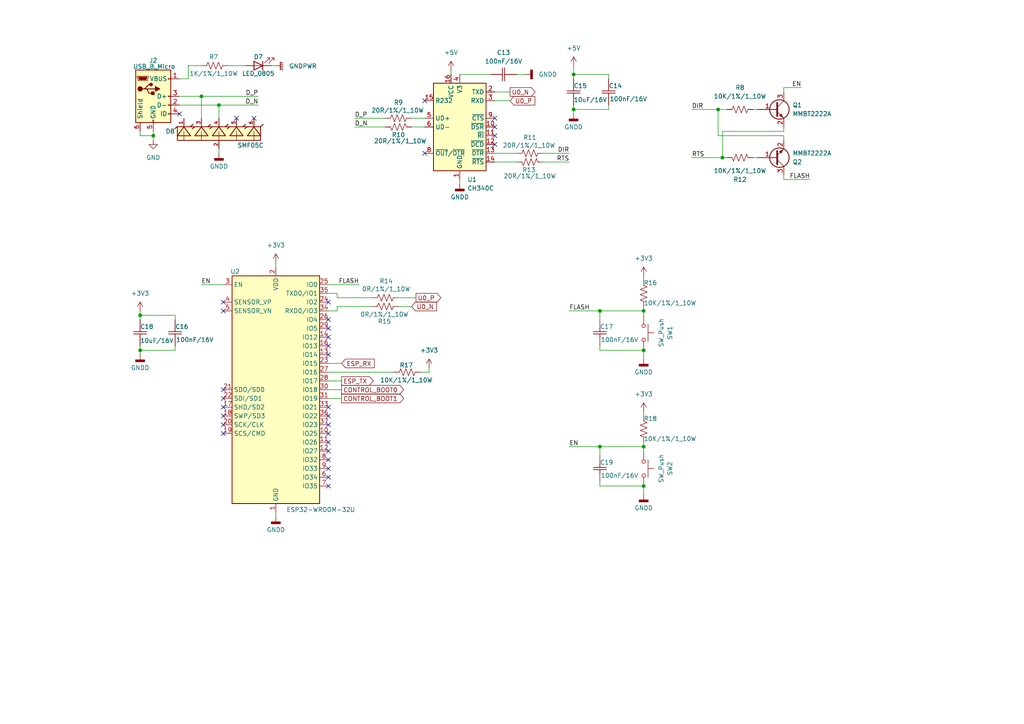
<source format=kicad_sch>
(kicad_sch (version 20231120) (generator "eeschema") (generator_version "8.0")
  (paper "A4")
  (title_block (title "SUB MCU") (date "2024-09-04"))
  (lib_symbols
    (symbol "Ceramic_Cap_SMD_100nF_16V_3" (pin_numbers hide) (pin_names hide)
      (property "Reference" "C" (at 1.016 2.794 0))
      (property "Value" "100nF/16V" (at 0.254 5.334 0))
      (symbol "Ceramic_Cap_SMD_100nF_16V_3_1_1"
        (polyline (pts (xy 1.27 0) (xy 2.2098 0)) (stroke (width 0.2032)))
        (polyline (pts (xy 2.2098 -1.905) (xy 2.2098 1.905)) (stroke (width 0.2032)))
        (polyline (pts (xy 2.8448 -1.905) (xy 2.8448 1.905)) (stroke (width 0.2032)))
        (polyline (pts (xy 2.8448 0) (xy 3.81 0)) (stroke (width 0.2032)))
        (pin unspecified line (at -1.27 0 0) (length 2.54) (name "") (number "1"))
        (pin unspecified line (at 6.35 0 180) (length 2.54) (name "") (number "2"))
      )
    )
    (symbol "Ceramic_Cap_SMD_10uF_16V_2" (pin_numbers hide) (pin_names hide)
      (property "Reference" "C" (at 2.286 2.794 0))
      (property "Value" "10uF/16V" (at 0.254 5.334 0))
      (symbol "Ceramic_Cap_SMD_10uF_16V_2_1_1"
        (polyline (pts (xy 2.54 0) (xy 3.4798 0)) (stroke (width 0.2032)))
        (polyline (pts (xy 3.4798 -1.905) (xy 3.4798 1.905)) (stroke (width 0.2032)))
        (polyline (pts (xy 4.1148 -1.905) (xy 4.1148 1.905)) (stroke (width 0.2032)))
        (polyline (pts (xy 4.1148 0) (xy 5.08 0)) (stroke (width 0.2032)))
        (pin unspecified line (at 0 0 0) (length 2.54) (name "") (number "1"))
        (pin unspecified line (at 7.62 0 180) (length 2.54) (name "") (number "2"))
      )
    )
    (symbol "Res_10K_0603_1%_1" (pin_numbers hide) (pin_names hide)
      (property "Reference" "R" (at 2.794 3.81 0))
      (property "Value" "10K/1%/1_10W" (at 4.064 -2.54 0))
      (symbol "Res_10K_0603_1%_1_0_1"
        (polyline (pts (xy 1.524 0) (xy 1.27 0)))
        (polyline (pts (xy 6.096 0) (xy 6.35 0)))
        (polyline (pts (xy 1.524 0) (xy 1.905 1.016) (xy 2.286 0) (xy 2.667 -1.016) (xy 3.048 0)))
        (polyline (pts (xy 3.048 0) (xy 3.429 1.016) (xy 3.81 0) (xy 4.191 -1.016) (xy 4.572 0)))
        (polyline (pts (xy 4.572 0) (xy 4.953 1.016) (xy 5.334 0) (xy 5.715 -1.016) (xy 6.096 0)))
      )
      (symbol "Res_10K_0603_1%_1_1_1"
        (pin passive line (at 0 0 0) (length 1.27) (name "~") (number "1"))
        (pin passive line (at 7.62 0 180) (length 1.27) (name "~") (number "2"))
      )
    )
    (symbol "Res_20R_0603_1%_1" (pin_numbers hide) (pin_names hide)
      (property "Reference" "R" (at 3.302 3.556 0))
      (property "Value" "20R/1%/1_10W" (at 3.81 -2.54 0))
      (symbol "Res_20R_0603_1%_1_0_1"
        (polyline (pts (xy 1.524 0) (xy 1.27 0)))
        (polyline (pts (xy 6.096 0) (xy 6.35 0)))
        (polyline (pts (xy 1.524 0) (xy 1.905 1.016) (xy 2.286 0) (xy 2.667 -1.016) (xy 3.048 0)))
        (polyline (pts (xy 3.048 0) (xy 3.429 1.016) (xy 3.81 0) (xy 4.191 -1.016) (xy 4.572 0)))
        (polyline (pts (xy 4.572 0) (xy 4.953 1.016) (xy 5.334 0) (xy 5.715 -1.016) (xy 6.096 0)))
      )
      (symbol "Res_20R_0603_1%_1_1_1"
        (pin passive line (at 0 0 0) (length 1.27) (name "~") (number "1"))
        (pin passive line (at 7.62 0 180) (length 1.27) (name "~") (number "2"))
      )
    )
    (symbol "Res_20R_0603_1%_2" (pin_numbers hide) (pin_names hide)
      (property "Reference" "R" (at 3.302 3.556 0))
      (property "Value" "20R/1%/1_10W" (at 3.81 -2.54 0))
      (symbol "Res_20R_0603_1%_2_0_1"
        (polyline (pts (xy 1.524 0) (xy 1.27 0)))
        (polyline (pts (xy 6.096 0) (xy 6.35 0)))
        (polyline (pts (xy 1.524 0) (xy 1.905 1.016) (xy 2.286 0) (xy 2.667 -1.016) (xy 3.048 0)))
        (polyline (pts (xy 3.048 0) (xy 3.429 1.016) (xy 3.81 0) (xy 4.191 -1.016) (xy 4.572 0)))
        (polyline (pts (xy 4.572 0) (xy 4.953 1.016) (xy 5.334 0) (xy 5.715 -1.016) (xy 6.096 0)))
      )
      (symbol "Res_20R_0603_1%_2_1_1"
        (pin passive line (at 0 0 0) (length 1.27) (name "~") (number "1"))
        (pin passive line (at 7.62 0 180) (length 1.27) (name "~") (number "2"))
      )
    )
    (symbol "Res_20R_0603_1%_3" (pin_numbers hide) (pin_names hide)
      (property "Reference" "R" (at 3.302 3.556 0))
      (property "Value" "20R/1%/1_10W" (at 3.81 -2.54 0))
      (symbol "Res_20R_0603_1%_3_0_1"
        (polyline (pts (xy 1.524 0) (xy 1.27 0)))
        (polyline (pts (xy 6.096 0) (xy 6.35 0)))
        (polyline (pts (xy 1.524 0) (xy 1.905 1.016) (xy 2.286 0) (xy 2.667 -1.016) (xy 3.048 0)))
        (polyline (pts (xy 3.048 0) (xy 3.429 1.016) (xy 3.81 0) (xy 4.191 -1.016) (xy 4.572 0)))
        (polyline (pts (xy 4.572 0) (xy 4.953 1.016) (xy 5.334 0) (xy 5.715 -1.016) (xy 6.096 0)))
      )
      (symbol "Res_20R_0603_1%_3_1_1"
        (pin passive line (at 0 0 0) (length 1.27) (name "~") (number "1"))
        (pin passive line (at 7.62 0 180) (length 1.27) (name "~") (number "2"))
      )
    )
    (symbol "charge_battery_sym_lib:CH340C"
      (property "Reference" "U" (at -5.08 13.97 0))
      (property "Value" "CH340C" (at 1.27 13.97 0))
      (symbol "CH340C_0_1"
        (rectangle (start -7.62 12.7) (end 7.62 -12.7) (stroke (width 0.254)) (fill (type background)))
      )
      (symbol "CH340C_1_1"
        (pin power_in line (at 0 -15.24 90) (length 2.54) (name "GND") (number "1"))
        (pin input line (at 10.16 0 180) (length 2.54) (name "~{DSR}") (number "10"))
        (pin input line (at 10.16 -2.54 180) (length 2.54) (name "~{RI}") (number "11"))
        (pin input line (at 10.16 -5.08 180) (length 2.54) (name "~{DCD}") (number "12"))
        (pin output line (at 10.16 -7.62 180) (length 2.54) (name "~{DTR}") (number "13"))
        (pin output line (at 10.16 -10.16 180) (length 2.54) (name "~{RTS}") (number "14"))
        (pin input line (at -10.16 7.62 0) (length 2.54) (name "R232") (number "15"))
        (pin power_in line (at -2.54 15.24 270) (length 2.54) (name "VCC") (number "16"))
        (pin output line (at 10.16 10.16 180) (length 2.54) (name "TXD") (number "2"))
        (pin input line (at 10.16 7.62 180) (length 2.54) (name "RXD") (number "3"))
        (pin power_out line (at 0 15.24 270) (length 2.54) (name "V3") (number "4"))
        (pin bidirectional line (at -10.16 2.54 0) (length 2.54) (name "UD+") (number "5"))
        (pin bidirectional line (at -10.16 0 0) (length 2.54) (name "UD-") (number "6"))
        (pin no_connect line (at -7.62 -5.08 0) (length 2.54) hide (name "NC") (number "7"))
        (pin output line (at -10.16 -7.62 0) (length 2.54) (name "~{OUT}/~{DTR}") (number "8"))
        (pin input line (at 10.16 2.54 180) (length 2.54) (name "~{CTS}") (number "9"))
      )
    )
    (symbol "charge_battery_sym_lib:ESP32-WROOM-32U"
      (property "Reference" "U" (at -12.7 34.29 0))
      (property "Value" "ESP32-WROOM-32U" (at 1.27 34.29 0))
      (symbol "ESP32-WROOM-32U_0_1"
        (rectangle (start -12.7 33.02) (end 12.7 -33.02) (stroke (width 0.254)) (fill (type background)))
      )
      (symbol "ESP32-WROOM-32U_1_1"
        (pin power_in line (at 0 -35.56 90) (length 2.54) (name "GND") (number "1"))
        (pin bidirectional line (at 15.24 -12.7 180) (length 2.54) (name "IO25") (number "10"))
        (pin bidirectional line (at 15.24 -15.24 180) (length 2.54) (name "IO26") (number "11"))
        (pin bidirectional line (at 15.24 -17.78 180) (length 2.54) (name "IO27") (number "12"))
        (pin bidirectional line (at 15.24 10.16 180) (length 2.54) (name "IO14") (number "13"))
        (pin bidirectional line (at 15.24 15.24 180) (length 2.54) (name "IO12") (number "14"))
        (pin passive line (at 0 -35.56 90) (length 2.54) hide (name "GND") (number "15"))
        (pin bidirectional line (at 15.24 12.7 180) (length 2.54) (name "IO13") (number "16"))
        (pin bidirectional line (at -15.24 -5.08 0) (length 2.54) (name "SHD/SD2") (number "17"))
        (pin bidirectional line (at -15.24 -7.62 0) (length 2.54) (name "SWP/SD3") (number "18"))
        (pin bidirectional line (at -15.24 -12.7 0) (length 2.54) (name "SCS/CMD") (number "19"))
        (pin power_in line (at 0 35.56 270) (length 2.54) (name "VDD") (number "2"))
        (pin bidirectional line (at -15.24 -10.16 0) (length 2.54) (name "SCK/CLK") (number "20"))
        (pin bidirectional line (at -15.24 0 0) (length 2.54) (name "SDO/SD0") (number "21"))
        (pin bidirectional line (at -15.24 -2.54 0) (length 2.54) (name "SDI/SD1") (number "22"))
        (pin bidirectional line (at 15.24 7.62 180) (length 2.54) (name "IO15") (number "23"))
        (pin bidirectional line (at 15.24 25.4 180) (length 2.54) (name "IO2") (number "24"))
        (pin bidirectional line (at 15.24 30.48 180) (length 2.54) (name "IO0") (number "25"))
        (pin bidirectional line (at 15.24 20.32 180) (length 2.54) (name "IO4") (number "26"))
        (pin bidirectional line (at 15.24 5.08 180) (length 2.54) (name "IO16") (number "27"))
        (pin bidirectional line (at 15.24 2.54 180) (length 2.54) (name "IO17") (number "28"))
        (pin bidirectional line (at 15.24 17.78 180) (length 2.54) (name "IO5") (number "29"))
        (pin input line (at -15.24 30.48 0) (length 2.54) (name "EN") (number "3"))
        (pin bidirectional line (at 15.24 0 180) (length 2.54) (name "IO18") (number "30"))
        (pin bidirectional line (at 15.24 -2.54 180) (length 2.54) (name "IO19") (number "31"))
        (pin no_connect line (at -12.7 -27.94 0) (length 2.54) hide (name "NC") (number "32"))
        (pin bidirectional line (at 15.24 -5.08 180) (length 2.54) (name "IO21") (number "33"))
        (pin bidirectional line (at 15.24 22.86 180) (length 2.54) (name "RXD0/IO3") (number "34"))
        (pin bidirectional line (at 15.24 27.94 180) (length 2.54) (name "TXD0/IO1") (number "35"))
        (pin bidirectional line (at 15.24 -7.62 180) (length 2.54) (name "IO22") (number "36"))
        (pin bidirectional line (at 15.24 -10.16 180) (length 2.54) (name "IO23") (number "37"))
        (pin passive line (at 0 -35.56 90) (length 2.54) hide (name "GND") (number "38"))
        (pin passive line (at 0 -35.56 90) (length 2.54) hide (name "GND") (number "39"))
        (pin input line (at -15.24 25.4 0) (length 2.54) (name "SENSOR_VP") (number "4"))
        (pin input line (at -15.24 22.86 0) (length 2.54) (name "SENSOR_VN") (number "5"))
        (pin input line (at 15.24 -25.4 180) (length 2.54) (name "IO34") (number "6"))
        (pin input line (at 15.24 -27.94 180) (length 2.54) (name "IO35") (number "7"))
        (pin bidirectional line (at 15.24 -20.32 180) (length 2.54) (name "IO32") (number "8"))
        (pin bidirectional line (at 15.24 -22.86 180) (length 2.54) (name "IO33") (number "9"))
      )
    )
    (symbol "charge_battery_sym_lib:LED_0805" (pin_numbers hide) (pin_names (offset 1.016) hide)
      (property "Reference" "D" (at 0 2.54 0))
      (property "Value" "LED_0805" (at 0 -4.064 0))
      (symbol "LED_0805_0_1"
        (polyline (pts (xy -1.27 -1.27) (xy -1.27 1.27)) (stroke (width 0.254)))
        (polyline (pts (xy -1.27 0) (xy 1.27 0)))
        (polyline (pts (xy 1.27 -1.27) (xy 1.27 1.27) (xy -1.27 0) (xy 1.27 -1.27)) (stroke (width 0.254)))
        (polyline (pts (xy -3.048 -0.762) (xy -4.572 -2.286) (xy -3.81 -2.286) (xy -4.572 -2.286) (xy -4.572 -1.524)))
        (polyline (pts (xy -1.778 -0.762) (xy -3.302 -2.286) (xy -2.54 -2.286) (xy -3.302 -2.286) (xy -3.302 -1.524)))
      )
      (symbol "LED_0805_1_1"
        (pin passive line (at -3.81 0 0) (length 2.54) (name "K") (number "1"))
        (pin passive line (at 3.81 0 180) (length 2.54) (name "A") (number "2"))
      )
    )
    (symbol "charge_battery_sym_lib:MMBT2222A" (pin_names (offset 0) hide)
      (property "Reference" "Q" (at 5.08 1.905 0))
      (property "Value" "MMBT2222A" (at 5.08 0 0))
      (symbol "MMBT2222A_0_1"
        (polyline (pts (xy 0.635 0.635) (xy 2.54 2.54)))
        (polyline (pts (xy 0.635 -0.635) (xy 2.54 -2.54) (xy 2.54 -2.54)))
        (polyline (pts (xy 0.635 1.905) (xy 0.635 -1.905) (xy 0.635 -1.905)) (stroke (width 0.508)))
        (polyline (pts (xy 1.27 -1.778) (xy 1.778 -1.27) (xy 2.286 -2.286) (xy 1.27 -1.778) (xy 1.27 -1.778)) (fill (type outline)))
        (circle (center 1.27 0) (radius 2.8194) (stroke (width 0.254)))
      )
      (symbol "MMBT2222A_1_1"
        (pin input line (at -5.08 0 0) (length 5.715) (name "B") (number "1"))
        (pin passive line (at 2.54 -5.08 90) (length 2.54) (name "E") (number "2"))
        (pin passive line (at 2.54 5.08 270) (length 2.54) (name "C") (number "3"))
      )
    )
    (symbol "charge_battery_sym_lib:Res_10K_0603_1%" (pin_numbers hide) (pin_names hide)
      (property "Reference" "R" (at 2.794 3.81 0))
      (property "Value" "10K/1%/1_10W" (at 4.064 -2.54 0))
      (symbol "Res_10K_0603_1%_0_1"
        (polyline (pts (xy 1.524 0) (xy 1.27 0)))
        (polyline (pts (xy 6.096 0) (xy 6.35 0)))
        (polyline (pts (xy 1.524 0) (xy 1.905 1.016) (xy 2.286 0) (xy 2.667 -1.016) (xy 3.048 0)))
        (polyline (pts (xy 3.048 0) (xy 3.429 1.016) (xy 3.81 0) (xy 4.191 -1.016) (xy 4.572 0)))
        (polyline (pts (xy 4.572 0) (xy 4.953 1.016) (xy 5.334 0) (xy 5.715 -1.016) (xy 6.096 0)))
      )
      (symbol "Res_10K_0603_1%_1_1"
        (pin passive line (at 0 0 0) (length 1.27) (name "~") (number "1"))
        (pin passive line (at 7.62 0 180) (length 1.27) (name "~") (number "2"))
      )
    )
    (symbol "charge_battery_sym_lib:Res_1K_0603_1%" (pin_numbers hide) (pin_names hide)
      (property "Reference" "R" (at 3.556 2.54 0))
      (property "Value" "1K/1%/1_10W" (at 4.064 -2.54 0))
      (symbol "Res_1K_0603_1%_0_1"
        (polyline (pts (xy 1.524 0) (xy 1.27 0)))
        (polyline (pts (xy 6.096 0) (xy 6.35 0)))
        (polyline (pts (xy 1.524 0) (xy 1.905 1.016) (xy 2.286 0) (xy 2.667 -1.016) (xy 3.048 0)))
        (polyline (pts (xy 3.048 0) (xy 3.429 1.016) (xy 3.81 0) (xy 4.191 -1.016) (xy 4.572 0)))
        (polyline (pts (xy 4.572 0) (xy 4.953 1.016) (xy 5.334 0) (xy 5.715 -1.016) (xy 6.096 0)))
      )
      (symbol "Res_1K_0603_1%_1_1"
        (pin passive line (at 0 0 0) (length 1.27) (name "~") (number "1"))
        (pin passive line (at 7.62 0 180) (length 1.27) (name "~") (number "2"))
      )
    )
    (symbol "charge_battery_sym_lib:SMF05C" (pin_names (offset 1.016))
      (property "Reference" "D" (at -23.0178 0.1016 0))
      (property "Value" "SMF05C_1" (at -23.0396 -1.9581 0))
      (symbol "SMF05C_0_0"
        (rectangle (start -12.065 3.8735) (end 12.065 -0.0635) (stroke (width 0.254)) (fill (type background)))
        (polyline (pts (xy -12.065 1.27) (xy -8.255 1.27)) (stroke (width 0.254)))
        (polyline (pts (xy -12.065 3.937) (xy -12.827 3.302)) (stroke (width 0.254)))
        (polyline (pts (xy -10.16 2.54) (xy -10.16 0)) (stroke (width 0.1524)))
        (polyline (pts (xy -10.16 3.81) (xy -12.065 1.27)) (stroke (width 0.254)))
        (polyline (pts (xy -8.255 1.27) (xy -10.16 3.81)) (stroke (width 0.254)))
        (polyline (pts (xy -8.255 3.937) (xy -7.493 4.572)) (stroke (width 0.254)))
        (polyline (pts (xy -6.985 1.27) (xy -3.175 1.27)) (stroke (width 0.254)))
        (polyline (pts (xy -6.985 3.937) (xy -7.747 3.302)) (stroke (width 0.254)))
        (polyline (pts (xy -5.08 2.54) (xy -5.08 0)) (stroke (width 0.1524)))
        (polyline (pts (xy -5.08 3.81) (xy -6.985 1.27)) (stroke (width 0.254)))
        (polyline (pts (xy -3.175 1.27) (xy -5.08 3.81)) (stroke (width 0.254)))
        (polyline (pts (xy -3.175 3.937) (xy -2.413 4.572)) (stroke (width 0.254)))
        (polyline (pts (xy -1.905 1.27) (xy 1.905 1.27)) (stroke (width 0.254)))
        (polyline (pts (xy -1.905 3.937) (xy -2.667 3.302)) (stroke (width 0.254)))
        (polyline (pts (xy 0 2.54) (xy 0 0)) (stroke (width 0.1524)))
        (polyline (pts (xy 0 3.81) (xy -1.905 1.27)) (stroke (width 0.254)))
        (polyline (pts (xy 1.905 1.27) (xy 0 3.81)) (stroke (width 0.254)))
        (polyline (pts (xy 1.905 3.937) (xy 2.667 4.572)) (stroke (width 0.254)))
        (polyline (pts (xy 3.175 1.27) (xy 6.985 1.27)) (stroke (width 0.254)))
        (polyline (pts (xy 3.175 3.937) (xy 2.413 3.302)) (stroke (width 0.254)))
        (polyline (pts (xy 5.08 2.54) (xy 5.08 0)) (stroke (width 0.1524)))
        (polyline (pts (xy 5.08 3.81) (xy 3.175 1.27)) (stroke (width 0.254)))
        (polyline (pts (xy 6.985 1.27) (xy 5.08 3.81)) (stroke (width 0.254)))
        (polyline (pts (xy 6.985 3.937) (xy 7.747 4.572)) (stroke (width 0.254)))
        (polyline (pts (xy 8.255 1.27) (xy 12.065 1.27)) (stroke (width 0.254)))
        (polyline (pts (xy 8.255 3.937) (xy 7.493 3.302)) (stroke (width 0.254)))
        (polyline (pts (xy 10.16 2.54) (xy 10.16 0)) (stroke (width 0.1524)))
        (polyline (pts (xy 10.16 3.81) (xy 8.255 1.27)) (stroke (width 0.254)))
        (polyline (pts (xy 12.065 1.27) (xy 10.16 3.81)) (stroke (width 0.254)))
        (polyline (pts (xy 12.065 3.937) (xy 12.827 4.572)) (stroke (width 0.254)))
        (pin passive line (at -10.16 6.35 270) (length 2.54) (name "~") (number "1"))
        (pin passive line (at 0 -2.54 90) (length 2.54) (name "~") (number "2"))
        (pin passive line (at -5.08 6.35 270) (length 2.54) (name "~") (number "3"))
        (pin passive line (at 0 6.35 270) (length 2.54) (name "~") (number "4"))
        (pin passive line (at 5.08 6.35 270) (length 2.54) (name "~") (number "5"))
        (pin passive line (at 10.16 6.35 270) (length 2.54) (name "~") (number "6"))
      )
    )
    (symbol "charge_battery_sym_lib:SW_Push" (pin_numbers hide) (pin_names (offset 1.016) hide)
      (property "Reference" "SW" (at 1.27 2.54 0))
      (property "Value" "SW_Push" (at 0 -1.524 0))
      (symbol "SW_Push_0_1"
        (circle (center -2.032 0) (radius 0.508))
        (polyline (pts (xy 0 1.27) (xy 0 3.048)))
        (polyline (pts (xy 2.54 1.27) (xy -2.54 1.27)))
        (circle (center 2.032 0) (radius 0.508))
        (pin passive line (at -5.08 0 0) (length 2.54) (name "1") (number "1"))
        (pin passive line (at 5.08 0 180) (length 2.54) (name "2") (number "2"))
      )
    )
    (symbol "charge_battery_sym_lib:USB_B_Micro" (pin_names (offset 1.016))
      (property "Reference" "J" (at 0 19.05 0))
      (property "Value" "USB_B_Micro" (at 0 16.51 0))
      (symbol "USB_B_Micro_0_1"
        (polyline (pts (xy 3.175 9.779) (xy 5.715 9.779)) (stroke (width 0.254)))
        (polyline (pts (xy 1.905 9.779) (xy 2.54 9.779) (xy 3.81 11.049) (xy 4.445 11.049)) (stroke (width 0.254)))
        (polyline (pts (xy 2.54 9.779) (xy 3.175 9.779) (xy 3.81 8.509) (xy 5.08 8.509)) (stroke (width 0.254)))
        (polyline (pts (xy 5.715 10.414) (xy 5.715 9.144) (xy 6.985 9.779) (xy 5.715 10.414)) (stroke (width 0.254)) (fill (type outline)))
        (polyline (pts (xy 0.762 13.208) (xy 3.302 13.208) (xy 3.048 12.446) (xy 1.016 12.446) (xy 0.762 13.208)) (fill (type outline)))
        (polyline (pts (xy 0.381 13.462) (xy 0.381 13.208) (xy 0.635 12.446) (xy 0.635 12.192) (xy 3.429 12.192) (xy 3.429 12.446) (xy 3.683 13.208) (xy 3.683 13.462) (xy 0.381 13.462)))
        (rectangle (start 0 15.24) (end 10.16 0) (stroke (width 0.254)) (fill (type background)))
        (circle (center 1.27 9.779) (radius 0.635) (stroke (width 0.254)) (fill (type outline)))
        (circle (center 4.445 11.049) (radius 0.381) (stroke (width 0.254)) (fill (type outline)))
        (rectangle (start 4.953 0) (end 5.207 0.762))
        (rectangle (start 5.334 8.89) (end 4.572 8.128) (stroke (width 0.254)) (fill (type outline)))
        (rectangle (start 10.16 2.413) (end 9.398 2.667))
        (rectangle (start 10.16 4.953) (end 9.398 5.207))
        (rectangle (start 10.16 7.493) (end 9.398 7.747))
        (rectangle (start 10.16 12.573) (end 9.398 12.827))
      )
      (symbol "USB_B_Micro_1_1"
        (pin power_out line (at 12.7 12.7 180) (length 2.54) (name "VBUS") (number "1"))
        (pin bidirectional line (at 12.7 5.08 180) (length 2.54) (name "D-") (number "2"))
        (pin bidirectional line (at 12.7 7.62 180) (length 2.54) (name "D+") (number "3"))
        (pin passive line (at 12.7 2.54 180) (length 2.54) (name "ID") (number "4"))
        (pin power_out line (at 5.08 -2.54 90) (length 2.54) (name "GND") (number "5"))
        (pin output line (at 1.27 -2.54 90) (length 2.54) (name "Shield") (number "6"))
      )
    )
    (symbol "power:+3V3" (power) (pin_numbers hide) (pin_names (offset 0) hide)
      (property "Value" "+3V3" (at 0 3.556 0))
      (symbol "+3V3_0_1"
        (polyline (pts (xy -0.762 1.27) (xy 0 2.54)))
        (polyline (pts (xy 0 0) (xy 0 2.54)))
        (polyline (pts (xy 0 2.54) (xy 0.762 1.27)))
      )
      (symbol "+3V3_1_1"
        (pin power_in line (at 0 0 90) (length 0) (name "~") (number "1"))
      )
    )
    (symbol "power:+5V" (power) (pin_numbers hide) (pin_names (offset 0) hide)
      (property "Value" "+5V" (at 0 3.556 0))
      (symbol "+5V_0_1"
        (polyline (pts (xy -0.762 1.27) (xy 0 2.54)))
        (polyline (pts (xy 0 0) (xy 0 2.54)))
        (polyline (pts (xy 0 2.54) (xy 0.762 1.27)))
      )
      (symbol "+5V_1_1"
        (pin power_in line (at 0 0 90) (length 0) (name "~") (number "1"))
      )
    )
    (symbol "power:GND" (power) (pin_numbers hide) (pin_names (offset 0) hide)
      (property "Value" "GND" (at 0 -3.81 0))
      (symbol "GND_0_1"
        (polyline (pts (xy 0 0) (xy 0 -1.27) (xy 1.27 -1.27) (xy 0 -2.54) (xy -1.27 -1.27) (xy 0 -1.27)))
      )
      (symbol "GND_1_1"
        (pin power_in line (at 0 0 270) (length 0) (name "~") (number "1"))
      )
    )
    (symbol "power:GNDD" (power) (pin_numbers hide) (pin_names (offset 0) hide)
      (property "Value" "GNDD" (at 0 -3.175 0))
      (symbol "GNDD_0_1"
        (rectangle (start -1.27 -1.524) (end 1.27 -2.032) (stroke (width 0.254)) (fill (type outline)))
        (polyline (pts (xy 0 0) (xy 0 -1.524)))
      )
      (symbol "GNDD_1_1"
        (pin power_in line (at 0 0 270) (length 0) (name "~") (number "1"))
      )
    )
    (symbol "power:GNDPWR" (power) (pin_numbers hide) (pin_names (offset 0) hide)
      (property "Value" "GNDPWR" (at 0 -3.302 0))
      (symbol "GNDPWR_0_1"
        (polyline (pts (xy 0 -1.27) (xy 0 0)))
        (polyline (pts (xy -1.016 -1.27) (xy -1.27 -2.032) (xy -1.27 -2.032)) (stroke (width 0.2032)))
        (polyline (pts (xy -0.508 -1.27) (xy -0.762 -2.032) (xy -0.762 -2.032)) (stroke (width 0.2032)))
        (polyline (pts (xy 0 -1.27) (xy -0.254 -2.032) (xy -0.254 -2.032)) (stroke (width 0.2032)))
        (polyline (pts (xy 0.508 -1.27) (xy 0.254 -2.032) (xy 0.254 -2.032)) (stroke (width 0.2032)))
        (polyline (pts (xy 1.016 -1.27) (xy -1.016 -1.27) (xy -1.016 -1.27)) (stroke (width 0.2032)))
        (polyline (pts (xy 1.016 -1.27) (xy 0.762 -2.032) (xy 0.762 -2.032) (xy 0.762 -2.032)) (stroke (width 0.2032)))
      )
      (symbol "GNDPWR_1_1"
        (pin power_in line (at 0 0 270) (length 0) (name "~") (number "1"))
      )
    )
  )
  (junction (at 173.99 90.17))
  (junction (at 186.69 101.6))
  (junction (at 166.37 31.75))
  (junction (at 166.37 21.59))
  (junction (at 209.55 45.72))
  (junction (at 40.64 91.44))
  (junction (at 63.5 30.48))
  (junction (at 173.99 129.54))
  (junction (at 40.64 101.6))
  (junction (at 208.28 31.75))
  (junction (at 44.45 39.37))
  (junction (at 58.42 27.94))
  (junction (at 186.69 140.97))
  (junction (at 186.69 129.54))
  (junction (at 186.69 90.17))
  (no_connect (at 64.77 125.73))
  (no_connect (at 95.25 130.81))
  (no_connect (at 95.25 92.71))
  (no_connect (at 64.77 90.17))
  (no_connect (at 143.51 34.29))
  (no_connect (at 123.19 29.21))
  (no_connect (at 95.25 118.11))
  (no_connect (at 64.77 120.65))
  (no_connect (at 95.25 135.89))
  (no_connect (at 95.25 140.97))
  (no_connect (at 143.51 36.83))
  (no_connect (at 64.77 123.19))
  (no_connect (at 52.07 33.02))
  (no_connect (at 73.66 34.29))
  (no_connect (at 95.25 133.35))
  (no_connect (at 95.25 97.79))
  (no_connect (at 95.25 125.73))
  (no_connect (at 143.51 41.91))
  (no_connect (at 95.25 138.43))
  (no_connect (at 95.25 100.33))
  (no_connect (at 64.77 118.11))
  (no_connect (at 64.77 115.57))
  (no_connect (at 123.19 44.45))
  (no_connect (at 95.25 123.19))
  (no_connect (at 68.58 34.29))
  (no_connect (at 64.77 113.03))
  (no_connect (at 95.25 87.63))
  (no_connect (at 95.25 95.25))
  (no_connect (at 95.25 120.65))
  (no_connect (at 95.25 102.87))
  (no_connect (at 64.77 87.63))
  (no_connect (at 95.25 128.27))
  (no_connect (at 143.51 39.37))
  (wire (pts (xy 227.33 38.1) (xy 227.33 36.83)))
  (wire (pts (xy 123.19 36.83) (xy 119.38 36.83)))
  (wire (pts (xy 97.79 86.36) (xy 97.79 85.09)))
  (wire (pts (xy 173.99 100.33) (xy 173.99 101.6)))
  (wire (pts (xy 165.1 90.17) (xy 173.99 90.17)))
  (wire (pts (xy 186.69 129.54) (xy 186.69 130.81)))
  (wire (pts (xy 50.8 92.71) (xy 50.8 91.44)))
  (wire (pts (xy 40.64 91.44) (xy 50.8 91.44)))
  (wire (pts (xy 147.9296 26.67) (xy 143.51 26.67)))
  (wire (pts (xy 130.81 20.32) (xy 130.81 21.59)))
  (wire (pts (xy 208.28 31.75) (xy 210.82 31.75)))
  (wire (pts (xy 123.19 34.29) (xy 119.38 34.29)))
  (wire (pts (xy 40.64 90.17) (xy 40.64 91.44)))
  (wire (pts (xy 50.8 101.6) (xy 50.8 100.33)))
  (wire (pts (xy 173.99 101.6) (xy 186.69 101.6)))
  (wire (pts (xy 147.9296 29.21) (xy 143.51 29.21)))
  (wire (pts (xy 63.5 30.48) (xy 63.5 34.29)))
  (wire (pts (xy 97.79 88.9) (xy 97.79 90.17)))
  (wire (pts (xy 80.01 76.2) (xy 80.01 77.47)))
  (wire (pts (xy 40.64 39.37) (xy 44.45 39.37)))
  (wire (pts (xy 58.42 27.94) (xy 74.93 27.94)))
  (wire (pts (xy 133.35 21.59) (xy 142.24 21.59)))
  (wire (pts (xy 227.33 39.37) (xy 227.33 40.64)))
  (wire (pts (xy 166.37 30.48) (xy 166.37 31.75)))
  (wire (pts (xy 40.64 38.1) (xy 40.64 39.37)))
  (wire (pts (xy 173.99 90.17) (xy 186.69 90.17)))
  (wire (pts (xy 209.55 38.1) (xy 209.55 45.72)))
  (wire (pts (xy 115.57 88.9) (xy 119.38 88.9)))
  (wire (pts (xy 44.45 39.37) (xy 44.45 38.1)))
  (wire (pts (xy 97.79 88.9) (xy 107.95 88.9)))
  (wire (pts (xy 208.28 31.75) (xy 208.28 39.37)))
  (wire (pts (xy 186.69 143.51) (xy 186.69 140.97)))
  (wire (pts (xy 58.42 19.05) (xy 54.61 19.05)))
  (wire (pts (xy 40.64 101.6) (xy 50.8 101.6)))
  (wire (pts (xy 54.61 19.05) (xy 54.61 22.86)))
  (wire (pts (xy 173.99 129.54) (xy 173.99 132.08)))
  (wire (pts (xy 63.5 30.48) (xy 52.07 30.48)))
  (wire (pts (xy 40.64 100.33) (xy 40.64 101.6)))
  (wire (pts (xy 186.69 128.27) (xy 186.69 129.54)))
  (wire (pts (xy 102.87 34.29) (xy 111.76 34.29)))
  (wire (pts (xy 166.37 21.59) (xy 166.37 22.86)))
  (wire (pts (xy 232.41 25.4) (xy 227.33 25.4)))
  (wire (pts (xy 95.25 107.95) (xy 114.3 107.95)))
  (wire (pts (xy 173.99 90.17) (xy 173.99 92.71)))
  (wire (pts (xy 166.37 31.75) (xy 176.53 31.75)))
  (wire (pts (xy 102.87 36.83) (xy 111.76 36.83)))
  (wire (pts (xy 166.37 31.75) (xy 166.37 33.02)))
  (wire (pts (xy 173.99 129.54) (xy 186.69 129.54)))
  (wire (pts (xy 95.25 115.57) (xy 99.06 115.57)))
  (wire (pts (xy 218.44 45.72) (xy 219.71 45.72)))
  (wire (pts (xy 63.5 30.48) (xy 74.93 30.48)))
  (wire (pts (xy 97.79 85.09) (xy 95.25 85.09)))
  (wire (pts (xy 227.33 52.07) (xy 227.33 50.8)))
  (wire (pts (xy 95.25 110.49) (xy 99.06 110.49)))
  (wire (pts (xy 227.33 25.4) (xy 227.33 26.67)))
  (wire (pts (xy 97.79 90.17) (xy 95.25 90.17)))
  (wire (pts (xy 152.4 21.59) (xy 149.86 21.59)))
  (wire (pts (xy 58.42 27.94) (xy 52.07 27.94)))
  (wire (pts (xy 209.55 45.72) (xy 210.82 45.72)))
  (wire (pts (xy 166.37 19.05) (xy 166.37 21.59)))
  (wire (pts (xy 234.95 52.07) (xy 227.33 52.07)))
  (wire (pts (xy 176.53 22.86) (xy 176.53 21.59)))
  (wire (pts (xy 200.66 45.72) (xy 209.55 45.72)))
  (wire (pts (xy 95.25 105.41) (xy 99.06 105.41)))
  (wire (pts (xy 40.64 91.44) (xy 40.64 92.71)))
  (wire (pts (xy 186.69 119.38) (xy 186.69 120.65)))
  (wire (pts (xy 173.99 140.97) (xy 186.69 140.97)))
  (wire (pts (xy 165.1 129.54) (xy 173.99 129.54)))
  (wire (pts (xy 218.44 31.75) (xy 219.71 31.75)))
  (wire (pts (xy 165.1 46.99) (xy 157.48 46.99)))
  (wire (pts (xy 97.79 86.36) (xy 107.95 86.36)))
  (wire (pts (xy 176.53 31.75) (xy 176.53 30.48)))
  (wire (pts (xy 149.86 44.45) (xy 143.51 44.45)))
  (wire (pts (xy 186.69 104.14) (xy 186.69 101.6)))
  (wire (pts (xy 124.46 106.68) (xy 124.46 107.95)))
  (wire (pts (xy 54.61 22.86) (xy 52.07 22.86)))
  (wire (pts (xy 186.69 88.9) (xy 186.69 90.17)))
  (wire (pts (xy 227.33 38.1) (xy 209.55 38.1)))
  (wire (pts (xy 58.42 82.55) (xy 64.77 82.55)))
  (wire (pts (xy 227.33 39.37) (xy 208.28 39.37)))
  (wire (pts (xy 40.64 101.6) (xy 40.64 102.87)))
  (wire (pts (xy 133.35 52.07) (xy 133.35 53.34)))
  (wire (pts (xy 44.45 40.64) (xy 44.45 39.37)))
  (wire (pts (xy 63.5 44.45) (xy 63.5 43.18)))
  (wire (pts (xy 186.69 90.17) (xy 186.69 91.44)))
  (wire (pts (xy 166.37 21.59) (xy 176.53 21.59)))
  (wire (pts (xy 66.04 19.05) (xy 71.12 19.05)))
  (wire (pts (xy 149.86 46.99) (xy 143.51 46.99)))
  (wire (pts (xy 200.66 31.75) (xy 208.28 31.75)))
  (wire (pts (xy 58.42 27.94) (xy 58.42 34.29)))
  (wire (pts (xy 115.57 86.36) (xy 120.65 86.36)))
  (wire (pts (xy 95.25 113.03) (xy 99.06 113.03)))
  (wire (pts (xy 173.99 139.7) (xy 173.99 140.97)))
  (wire (pts (xy 186.69 80.01) (xy 186.69 81.28)))
  (wire (pts (xy 95.25 82.55) (xy 104.14 82.55)))
  (wire (pts (xy 80.01 149.86) (xy 80.01 148.59)))
  (wire (pts (xy 80.01 19.05) (xy 78.74 19.05)))
  (wire (pts (xy 121.92 107.95) (xy 124.46 107.95)))
  (wire (pts (xy 165.1 44.45) (xy 157.48 44.45)))
  (label "EN" (at 58.42 82.55 0))
  (label "D_N" (at 102.87 36.83 0))
  (label "FLASH" (at 165.1 90.17 0))
  (label "D_P" (at 74.93 27.94 180))
  (label "DIR" (at 200.66 31.75 0))
  (label "EN" (at 232.41 25.4 180))
  (label "RTS" (at 165.1 46.99 180))
  (label "RTS" (at 200.66 45.72 0))
  (label "FLASH" (at 104.14 82.55 180))
  (label "D_N" (at 74.93 30.48 180))
  (label "D_P" (at 102.87 34.29 0))
  (label "EN" (at 165.1 129.54 0))
  (label "DIR" (at 165.1 44.45 180))
  (label "FLASH" (at 234.95 52.07 180))
  (global_label "U0_N" (shape output) (at 147.9296 26.67 0) (property "Intersheetrefs" "${INTERSHEET_REFS}" (effects (hide yes))))
  (global_label "CONTROL_BOOT0" (shape output) (at 99.06 113.03 0) (property "Intersheetrefs" "${INTERSHEET_REFS}" (effects (hide yes))))
  (global_label "CONTROL_BOOT1" (shape output) (at 99.06 115.57 0) (property "Intersheetrefs" "${INTERSHEET_REFS}" (effects (hide yes))))
  (global_label "ESP_RX" (shape input) (at 99.06 105.41 0) (property "Intersheetrefs" "${INTERSHEET_REFS}" (effects (hide yes))))
  (global_label "U0_N" (shape input) (at 119.38 88.9 0) (property "Intersheetrefs" "${INTERSHEET_REFS}" (effects (hide yes))))
  (global_label "U0_P" (shape output) (at 120.65 86.36 0) (property "Intersheetrefs" "${INTERSHEET_REFS}" (effects (hide yes))))
  (global_label "ESP_TX" (shape output) (at 99.06 110.49 0) (property "Intersheetrefs" "${INTERSHEET_REFS}" (effects (hide yes))))
  (global_label "U0_P" (shape input) (at 147.9296 29.21 0) (property "Intersheetrefs" "${INTERSHEET_REFS}" (effects (hide yes))))
  (symbol (lib_name "Res_10K_0603_1%_1") (lib_id "charge_battery_sym_lib:Res_10K_0603_1%") (at 121.92 107.95 180) (unit 1)
    (property "Reference" "R17" (at 117.856 105.918 0))
    (property "Value" "10K/1%/1_10W" (at 117.856 110.236 0))
    (property "Footprint" "charge_battery_footprint_lib:Res_0603" (effects (hide yes)))
    (property "Datasheet" "https://fscdn.rohm.com/en/products/databook/datasheet/passive/resistor/chip_resistor/esr-e.pdf" (effects (hide yes)))
    (property "Description" "Res 10 KOhm 0603 1%" (effects (hide yes)))
    (property "Supply name" "Thegioiic" (effects (hide yes)))
    (property "Supply part number" "Điện Trở 10 KOhm 0603 1%" (effects (hide yes)))
    (property "Supply URL" "https://www.thegioiic.com/dien-tro-10-kohm-0603-1-" (effects (hide yes)))
  )
  (symbol (lib_id "charge_battery_sym_lib:Res_10K_0603_1%") (at 210.82 45.72 0) (mirror x) (unit 1)
    (property "Reference" "R12" (at 214.63 52.07 0))
    (property "Value" "10K/1%/1_10W" (at 214.63 49.53 0))
    (property "Footprint" "charge_battery_footprint_lib:Res_0603" (effects (hide yes)))
    (property "Datasheet" "https://fscdn.rohm.com/en/products/databook/datasheet/passive/resistor/chip_resistor/esr-e.pdf" (effects (hide yes)))
    (property "Description" "Res 10 KOhm 0603 1%" (effects (hide yes)))
    (property "Supply name" "Thegioiic" (effects (hide yes)))
    (property "Supply part number" "Điện Trở 10 KOhm 0603 1%" (effects (hide yes)))
    (property "Supply URL" "https://www.thegioiic.com/dien-tro-10-kohm-0603-1-" (effects (hide yes)))
  )
  (symbol (lib_id "charge_battery_sym_lib:Res_10K_0603_1%") (at 210.82 31.75 0) (unit 1)
    (property "Reference" "R8" (at 214.63 25.4 0))
    (property "Value" "10K/1%/1_10W" (at 214.63 27.94 0))
    (property "Footprint" "charge_battery_footprint_lib:Res_0603" (effects (hide yes)))
    (property "Datasheet" "https://fscdn.rohm.com/en/products/databook/datasheet/passive/resistor/chip_resistor/esr-e.pdf" (effects (hide yes)))
    (property "Description" "Res 10 KOhm 0603 1%" (effects (hide yes)))
    (property "Supply name" "Thegioiic" (effects (hide yes)))
    (property "Supply part number" "Điện Trở 10 KOhm 0603 1%" (effects (hide yes)))
    (property "Supply URL" "https://www.thegioiic.com/dien-tro-10-kohm-0603-1-" (effects (hide yes)))
  )
  (symbol (lib_name "Res_20R_0603_1%_2") (lib_id "charge_battery_sym_lib:Res_20R_0603_1%") (at 107.95 86.36 0) (unit 1)
    (property "Reference" "R14" (at 112.014 81.534 0))
    (property "Value" "0R/1%/1_10W" (at 112.014 83.82 0))
    (property "Footprint" "charge_battery_footprint_lib:Res_0603" (effects (hide yes)))
    (property "Datasheet" "https://fscdn.rohm.com/en/products/databook/datasheet/passive/resistor/chip_resistor/esr-e.pdf" (effects (hide yes)))
    (property "Description" "Res 20 Ohm 0603 1%" (effects (hide yes)))
    (property "Supply name" "Thegioiic" (effects (hide yes)))
    (property "Supply part number" "Điện Trở 20 Ohm 0603 1%" (effects (hide yes)))
    (property "Supply URL" "https://www.thegioiic.com/dien-tro-20-ohm-0603-1-" (effects (hide yes)))
  )
  (symbol (lib_id "power:+5V") (at 166.37 19.05 0) (mirror y) (unit 1)
    (property "Reference" "#PWR031" (effects (hide yes)))
    (property "Value" "+5V" (at 166.37 13.97 0))
    (property "Description" "Power symbol creates a global label with name \"+5V\"" (effects (hide yes)))
  )
  (symbol (lib_id "power:GNDD") (at 186.69 143.51 0) (unit 1)
    (property "Reference" "#PWR045" (effects (hide yes)))
    (property "Value" "GNDD" (at 186.69 147.32 0))
    (property "Description" "Power symbol creates a global label with name \"GNDD\" , digital ground" (effects (hide yes)))
  )
  (symbol (lib_name "Res_20R_0603_1%_3") (lib_id "charge_battery_sym_lib:Res_20R_0603_1%") (at 119.38 36.83 0) (mirror y) (unit 1)
    (property "Reference" "R10" (at 115.57 39.116 0))
    (property "Value" "20R/1%/1_10W" (at 116.078 40.894 0))
    (property "Footprint" "charge_battery_footprint_lib:Res_0603" (effects (hide yes)))
    (property "Datasheet" "https://fscdn.rohm.com/en/products/databook/datasheet/passive/resistor/chip_resistor/esr-e.pdf" (effects (hide yes)))
    (property "Description" "Res 20 Ohm 0603 1%" (effects (hide yes)))
    (property "Supply name" "Thegioiic" (effects (hide yes)))
    (property "Supply part number" "Điện Trở 20 Ohm 0603 1%" (effects (hide yes)))
    (property "Supply URL" "https://www.thegioiic.com/dien-tro-20-ohm-0603-1-" (effects (hide yes)))
  )
  (symbol (lib_id "charge_battery_sym_lib:ESP32-WROOM-32U") (at 80.01 113.03 0) (unit 1)
    (property "Reference" "U2" (at 66.802 78.74 0) (effects (justify left)))
    (property "Value" "ESP32-WROOM-32U" (at 83.058 147.828 0) (effects (justify left)))
    (property "Footprint" "charge_battery_footprint_lib:ESP32-WROOM-32U" (effects (hide yes)))
    (property "Datasheet" "https://www.espressif.com/sites/default/files/documentation/esp32-wroom-32d_esp32-wroom-32u_datasheet_en.pdf" (effects (hide yes)))
    (property "Description" "RF Module, ESP32-D0WD SoC, Wi-Fi 802.11b/g/n, Bluetooth, BLE, 32-bit, 2.7-3.6V, external antenna, SMD" (effects (hide yes)))
    (property "Supply name" "Thegioiic" (effects (hide yes)))
    (property "Supply part number" "ESP32-WROOM-32U Mạch Thu Phát WiFi, 2.7~3.6VDC, 4MB Flash" (effects (hide yes)))
    (property "Supply URL" "https://www.thegioiic.com/esp32-wroom-32u-mach-thu-phat-wifi-2-7-3-6vdc-4mb-flash" (effects (hide yes)))
  )
  (symbol (lib_id "power:GNDD") (at 40.64 102.87 0) (unit 1)
    (property "Reference" "#PWR041" (effects (hide yes)))
    (property "Value" "GNDD" (at 40.64 106.68 0))
    (property "Description" "Power symbol creates a global label with name \"GNDD\" , digital ground" (effects (hide yes)))
  )
  (symbol (lib_id "power:+3V3") (at 40.64 90.17 0) (mirror y) (unit 1)
    (property "Reference" "#PWR040" (effects (hide yes)))
    (property "Value" "+3V3" (at 40.64 85.09 0))
    (property "Description" "Power symbol creates a global label with name \"+3V3\"" (effects (hide yes)))
  )
  (symbol (lib_id "charge_battery_sym_lib:MMBT2222A") (at 224.79 31.75 0) (unit 1)
    (property "Reference" "Q1" (at 229.87 30.4799 0) (effects (justify left)))
    (property "Value" "MMBT2222A" (at 229.87 33.0199 0) (effects (justify left)))
    (property "Footprint" "charge_battery_footprint_lib:SOT23" (effects (hide yes)))
    (property "Datasheet" "https://assets.nexperia.com/documents/data-sheet/MMBT2222A.pdf" (effects (hide yes)))
    (property "Description" "600mA Ic, 40V Vce, NPN Transistor, SOT-23" (effects (hide yes)))
    (property "Supply name" "Thegioiic" (effects (hide yes)))
    (property "Supply part number" "MMBT2222A 1P Transistor NPN 40V 0.6A 3 Chân SOT-23" (effects (hide yes)))
    (property "Supply URL" "https://www.thegioiic.com/mmbt2222a-1p-transistor-npn-40v-0-6a-3-chan-sot-23" (effects (hide yes)))
  )
  (symbol (lib_id "power:GNDD") (at 63.5 44.45 0) (unit 1)
    (property "Reference" "#PWR036" (effects (hide yes)))
    (property "Value" "GNDD" (at 63.5 48.26 0))
    (property "Description" "Power symbol creates a global label with name \"GNDD\" , digital ground" (effects (hide yes)))
  )
  (symbol (lib_name "Ceramic_Cap_SMD_100nF_16V_3") (lib_id "charge_battery_sym_lib:Ceramic_Cap_SMD_100nF_16V") (at 176.53 29.21 90) (unit 1)
    (property "Reference" "C14" (at 176.53 24.892 90) (effects (justify right)))
    (property "Value" "100nF/16V" (at 176.784 28.702 90) (effects (justify right)))
    (property "Footprint" "charge_battery_footprint_lib:Ceramic_Cap_0603" (effects (hide yes)))
    (property "Datasheet" "https://www.mouser.vn/datasheet/2/40/KYOCERA_AutoMLCCKAM-3106308.pdf" (effects (hide yes)))
    (property "Description" "10%, 0603 (1608 Metric)" (effects (hide yes)))
    (property "Supply name" "Thegioiic" (effects (hide yes)))
    (property "Supply part number" "Tụ Gốm 0603 100nF (0.1uF) 16V" (effects (hide yes)))
    (property "Supply URL" "https://www.thegioiic.com/tu-gom-0603-100nf-0-1uf-16v" (effects (hide yes)))
  )
  (symbol (lib_name "Res_20R_0603_1%_3") (lib_id "charge_battery_sym_lib:Res_20R_0603_1%") (at 111.76 34.29 0) (unit 1)
    (property "Reference" "R9" (at 115.57 29.718 0))
    (property "Value" "20R/1%/1_10W" (at 115.316 32.004 0))
    (property "Footprint" "charge_battery_footprint_lib:Res_0603" (effects (hide yes)))
    (property "Datasheet" "https://fscdn.rohm.com/en/products/databook/datasheet/passive/resistor/chip_resistor/esr-e.pdf" (effects (hide yes)))
    (property "Description" "Res 20 Ohm 0603 1%" (effects (hide yes)))
    (property "Supply name" "Thegioiic" (effects (hide yes)))
    (property "Supply part number" "Điện Trở 20 Ohm 0603 1%" (effects (hide yes)))
    (property "Supply URL" "https://www.thegioiic.com/dien-tro-20-ohm-0603-1-" (effects (hide yes)))
  )
  (symbol (lib_id "charge_battery_sym_lib:MMBT2222A") (at 224.79 45.72 0) (mirror x) (unit 1)
    (property "Reference" "Q2" (at 229.87 46.9901 0) (effects (justify left)))
    (property "Value" "MMBT2222A" (at 229.87 44.4501 0) (effects (justify left)))
    (property "Footprint" "charge_battery_footprint_lib:SOT23" (effects (hide yes)))
    (property "Datasheet" "https://assets.nexperia.com/documents/data-sheet/MMBT2222A.pdf" (effects (hide yes)))
    (property "Description" "600mA Ic, 40V Vce, NPN Transistor, SOT-23" (effects (hide yes)))
    (property "Supply name" "Thegioiic" (effects (hide yes)))
    (property "Supply part number" "MMBT2222A 1P Transistor NPN 40V 0.6A 3 Chân SOT-23" (effects (hide yes)))
    (property "Supply URL" "https://www.thegioiic.com/mmbt2222a-1p-transistor-npn-40v-0-6a-3-chan-sot-23" (effects (hide yes)))
  )
  (symbol (lib_id "power:+3V3") (at 186.69 80.01 0) (unit 1)
    (property "Reference" "#PWR039" (effects (hide yes)))
    (property "Value" "+3V3" (at 186.69 74.93 0))
    (property "Description" "Power symbol creates a global label with name \"+3V3\"" (effects (hide yes)))
  )
  (symbol (lib_id "power:GND") (at 44.45 40.64 0) (unit 1)
    (property "Reference" "#PWR035" (effects (hide yes)))
    (property "Value" "GND" (at 44.45 45.72 0))
    (property "Description" "Power symbol creates a global label with name \"GND\" , ground" (effects (hide yes)))
  )
  (symbol (lib_id "power:GNDPWR") (at 80.01 19.05 90) (unit 1)
    (property "Reference" "#PWR030" (effects (hide yes)))
    (property "Value" "GNDPWR" (at 83.82 19.1769 90) (effects (justify right)))
    (property "Description" "Power symbol creates a global label with name \"GNDPWR\" , global ground" (effects (hide yes)))
  )
  (symbol (lib_id "charge_battery_sym_lib:Res_1K_0603_1%") (at 58.42 19.05 0) (unit 1)
    (property "Reference" "R7" (at 61.976 16.51 0))
    (property "Value" "1K/1%/1_10W" (at 61.976 21.336 0))
    (property "Footprint" "charge_battery_footprint_lib:Res_0603" (effects (hide yes)))
    (property "Datasheet" "https://fscdn.rohm.com/en/products/databook/datasheet/passive/resistor/chip_resistor/esr-e.pdf" (effects (hide yes)))
    (property "Description" "Res 1 KOhm 0603 1%" (effects (hide yes)))
    (property "Supply name" "Thegioiic" (effects (hide yes)))
    (property "Supply part number" "Điện Trở 10 KOhm 0603 1%" (effects (hide yes)))
    (property "Supply URL" "https://www.thegioiic.com/dien-tro-10-kohm-0603-1-" (effects (hide yes)))
  )
  (symbol (lib_id "charge_battery_sym_lib:CH340C") (at 133.35 36.83 0) (unit 1)
    (property "Reference" "U1" (at 135.5441 52.07 0) (effects (justify left)))
    (property "Value" "CH340C" (at 135.5441 54.61 0) (effects (justify left)))
    (property "Footprint" "Package_SO:SOIC-16_3.9x9.9mm_P1.27mm" (effects (hide yes)))
    (property "Datasheet" "https://datasheet.lcsc.com/szlcsc/Jiangsu-Qin-Heng-CH340C_C84681.pdf" (effects (hide yes)))
    (property "Description" "USB serial converter, UART, SOIC-16" (effects (hide yes)))
    (property "Supply name" "Thegioiic" (effects (hide yes)))
    (property "Supply part number" "CH340C IC USB Transceiver 2Mbps 16-SOP" (effects (hide yes)))
    (property "Supply URL" "https://www.thegioiic.com/ch340c-ic-usb-transceiver-2mbps-16-sop" (effects (hide yes)))
  )
  (symbol (lib_id "charge_battery_sym_lib:LED_0805") (at 74.93 19.05 180) (unit 1)
    (property "Reference" "D7" (at 74.93 16.51 0))
    (property "Value" "LED_0805" (at 74.93 21.336 0))
    (property "Footprint" "charge_battery_footprint_lib:LED_0805" (effects (hide yes)))
    (property "Description" "Light emitting diode" (effects (hide yes)))
    (property "Supply name" "Thegioiic" (effects (hide yes)))
    (property "Supply part number" "LED Xanh Lá 0805 Dán SMD Trong Suốt" (effects (hide yes)))
    (property "Supply URL" "https://www.thegioiic.com/led-xanh-la-0805-dan-smd-trong-suot" (effects (hide yes)))
  )
  (symbol (lib_name "Ceramic_Cap_SMD_10uF_16V_2") (lib_id "charge_battery_sym_lib:Ceramic_Cap_SMD_10uF_16V") (at 166.37 30.48 90) (unit 1)
    (property "Reference" "C15" (at 166.37 24.892 90) (effects (justify right)))
    (property "Value" "10uF/16V" (at 166.37 28.956 90) (effects (justify right)))
    (property "Footprint" "charge_battery_footprint_lib:Ceramic_Cap_0603" (effects (hide yes)))
    (property "Datasheet" "https://www.mouser.vn/datasheet/2/40/KYOCERA_AutoMLCCKAM-3106308.pdf" (effects (hide yes)))
    (property "Description" "10%, 0603 (1608 Metric)" (effects (hide yes)))
    (property "Supply name" "Thegioiic" (effects (hide yes)))
    (property "Supply part number" "Tụ Gốm 0603 10uF 16V" (effects (hide yes)))
    (property "Supply URL" "https://www.thegioiic.com/tu-gom-0603-10uf-16v" (effects (hide yes)))
  )
  (symbol (lib_id "power:GNDD") (at 152.4 21.59 90) (unit 1)
    (property "Reference" "#PWR033" (effects (hide yes)))
    (property "Value" "GNDD" (at 156.21 21.5899 90) (effects (justify right)))
    (property "Description" "Power symbol creates a global label with name \"GNDD\" , digital ground" (effects (hide yes)))
  )
  (symbol (lib_id "power:+5V") (at 130.81 20.32 0) (mirror y) (unit 1)
    (property "Reference" "#PWR032" (effects (hide yes)))
    (property "Value" "+5V" (at 130.81 15.24 0))
    (property "Description" "Power symbol creates a global label with name \"+5V\"" (effects (hide yes)))
  )
  (symbol (lib_id "power:+3V3") (at 186.69 119.38 0) (unit 1)
    (property "Reference" "#PWR044" (effects (hide yes)))
    (property "Value" "+3V3" (at 186.69 114.3 0))
    (property "Description" "Power symbol creates a global label with name \"+3V3\"" (effects (hide yes)))
  )
  (symbol (lib_id "charge_battery_sym_lib:SMF05C") (at 63.5 40.64 0) (unit 1)
    (property "Reference" "D8" (at 48.006 38.1 0) (effects (justify left)))
    (property "Value" "SMF05C" (at 68.834 42.164 0) (effects (justify left)))
    (property "Footprint" "charge_battery_footprint_lib:SOT-363" (effects (hide yes)))
    (property "Datasheet" "https://www.thegioiic.com/upload/documents/d6b4465a77a236d1b7329f09e725ca32.pdf" (effects (hide yes)))
    (property "Description" "5-Line ESD Protection Diode Array" (effects (hide yes)))
    (property "Supply name" "Thegioiic" (effects (hide yes)))
    (property "Supply part number" "SMF05C ESD Protection Diode Array SOT-363" (effects (hide yes)))
    (property "Supply URL" "https://www.thegioiic.com/smf05c-esd-protection-diode-array-sot-363" (effects (hide yes)))
  )
  (symbol (lib_id "power:GNDD") (at 133.35 53.34 0) (unit 1)
    (property "Reference" "#PWR037" (effects (hide yes)))
    (property "Value" "GNDD" (at 133.35 57.15 0))
    (property "Description" "Power symbol creates a global label with name \"GNDD\" , digital ground" (effects (hide yes)))
  )
  (symbol (lib_id "power:GNDD") (at 186.69 104.14 0) (unit 1)
    (property "Reference" "#PWR042" (effects (hide yes)))
    (property "Value" "GNDD" (at 186.69 107.95 0))
    (property "Description" "Power symbol creates a global label with name \"GNDD\" , digital ground" (effects (hide yes)))
  )
  (symbol (lib_id "charge_battery_sym_lib:USB_B_Micro") (at 39.37 35.56 0) (unit 1)
    (property "Reference" "J2" (at 44.45 17.526 0))
    (property "Value" "USB_B_Micro" (at 44.704 19.304 0))
    (property "Footprint" "charge_battery_footprint_lib:USB_Micro-B" (effects (hide yes)))
    (property "Datasheet" "https://components101.com/connectors/micro-usb-pinout-datasheet" (effects (hide yes)))
    (property "Description" "USB Micro Type B connector" (effects (hide yes)))
    (property "Supply name" "Thegioiic" (effects (hide yes)))
    (property "Supply part number" "Cổng USB Micro-B 2.0 Đầu Cái 5 Chân SMD V2" (effects (hide yes)))
    (property "Supply URL" "https://www.thegioiic.com/cong-usb-micro-b-2-0-dau-cai-5-chan-smd-v2" (effects (hide yes)))
  )
  (symbol (lib_name "Res_20R_0603_1%_3") (lib_id "charge_battery_sym_lib:Res_20R_0603_1%") (at 157.48 46.99 0) (mirror y) (unit 1)
    (property "Reference" "R13" (at 153.416 49.276 0))
    (property "Value" "20R/1%/1_10W" (at 153.67 51.054 0))
    (property "Footprint" "charge_battery_footprint_lib:Res_0603" (effects (hide yes)))
    (property "Datasheet" "https://fscdn.rohm.com/en/products/databook/datasheet/passive/resistor/chip_resistor/esr-e.pdf" (effects (hide yes)))
    (property "Description" "Res 20 Ohm 0603 1%" (effects (hide yes)))
    (property "Supply name" "Thegioiic" (effects (hide yes)))
    (property "Supply part number" "Điện Trở 20 Ohm 0603 1%" (effects (hide yes)))
    (property "Supply URL" "https://www.thegioiic.com/dien-tro-20-ohm-0603-1-" (effects (hide yes)))
  )
  (symbol (lib_name "Ceramic_Cap_SMD_100nF_16V_3") (lib_id "charge_battery_sym_lib:Ceramic_Cap_SMD_100nF_16V") (at 50.8 99.06 90) (unit 1)
    (property "Reference" "C16" (at 50.8 94.742 90) (effects (justify right)))
    (property "Value" "100nF/16V" (at 51.054 98.552 90) (effects (justify right)))
    (property "Footprint" "charge_battery_footprint_lib:Ceramic_Cap_0603" (effects (hide yes)))
    (property "Datasheet" "https://www.mouser.vn/datasheet/2/40/KYOCERA_AutoMLCCKAM-3106308.pdf" (effects (hide yes)))
    (property "Description" "10%, 0603 (1608 Metric)" (effects (hide yes)))
    (property "Supply name" "Thegioiic" (effects (hide yes)))
    (property "Supply part number" "Tụ Gốm 0603 100nF (0.1uF) 16V" (effects (hide yes)))
    (property "Supply URL" "https://www.thegioiic.com/tu-gom-0603-100nf-0-1uf-16v" (effects (hide yes)))
  )
  (symbol (lib_name "Res_20R_0603_1%_1") (lib_id "charge_battery_sym_lib:Res_20R_0603_1%") (at 107.95 88.9 0) (unit 1)
    (property "Reference" "R15" (at 111.506 93.218 0))
    (property "Value" "0R/1%/1_10W" (at 111.506 91.186 0))
    (property "Footprint" "charge_battery_footprint_lib:Res_0603" (effects (hide yes)))
    (property "Datasheet" "https://fscdn.rohm.com/en/products/databook/datasheet/passive/resistor/chip_resistor/esr-e.pdf" (effects (hide yes)))
    (property "Description" "Res 20 Ohm 0603 1%" (effects (hide yes)))
    (property "Supply name" "Thegioiic" (effects (hide yes)))
    (property "Supply part number" "Điện Trở 20 Ohm 0603 1%" (effects (hide yes)))
    (property "Supply URL" "https://www.thegioiic.com/dien-tro-20-ohm-0603-1-" (effects (hide yes)))
  )
  (symbol (lib_name "Res_20R_0603_1%_3") (lib_id "charge_battery_sym_lib:Res_20R_0603_1%") (at 149.86 44.45 0) (unit 1)
    (property "Reference" "R11" (at 153.67 39.878 0))
    (property "Value" "20R/1%/1_10W" (at 153.416 42.164 0))
    (property "Footprint" "charge_battery_footprint_lib:Res_0603" (effects (hide yes)))
    (property "Datasheet" "https://fscdn.rohm.com/en/products/databook/datasheet/passive/resistor/chip_resistor/esr-e.pdf" (effects (hide yes)))
    (property "Description" "Res 20 Ohm 0603 1%" (effects (hide yes)))
    (property "Supply name" "Thegioiic" (effects (hide yes)))
    (property "Supply part number" "Điện Trở 20 Ohm 0603 1%" (effects (hide yes)))
    (property "Supply URL" "https://www.thegioiic.com/dien-tro-20-ohm-0603-1-" (effects (hide yes)))
  )
  (symbol (lib_id "charge_battery_sym_lib:SW_Push") (at 186.69 96.52 270) (mirror x) (unit 1)
    (property "Reference" "SW1" (at 194.31 96.52 0))
    (property "Value" "SW_Push" (at 191.77 96.52 0))
    (property "Footprint" "charge_battery_footprint_lib:SW_SMD" (effects (hide yes)))
    (property "Description" "Push button switch, generic, two pins" (effects (hide yes)))
    (property "Supply name" "Thegioiic" (effects (hide yes)))
    (property "Supply part number" "Nút Nhấn 3x4mm Cao 2.5mm 2 Chân SMD" (effects (hide yes)))
    (property "Suppy URL" "https://www.thegioiic.com/nut-nhan-3x4mm-cao-2-5mm-2-chan-smd" (effects (hide yes)))
  )
  (symbol (lib_name "Res_10K_0603_1%_1") (lib_id "charge_battery_sym_lib:Res_10K_0603_1%") (at 186.69 128.27 90) (unit 1)
    (property "Reference" "R18" (at 186.69 121.412 90) (effects (justify right)))
    (property "Value" "10K/1%/1_10W" (at 186.69 127.254 90) (effects (justify right)))
    (property "Footprint" "charge_battery_footprint_lib:Res_0603" (effects (hide yes)))
    (property "Datasheet" "https://fscdn.rohm.com/en/products/databook/datasheet/passive/resistor/chip_resistor/esr-e.pdf" (effects (hide yes)))
    (property "Description" "Res 10 KOhm 0603 1%" (effects (hide yes)))
    (property "Supply name" "Thegioiic" (effects (hide yes)))
    (property "Supply part number" "Điện Trở 10 KOhm 0603 1%" (effects (hide yes)))
    (property "Supply URL" "https://www.thegioiic.com/dien-tro-10-kohm-0603-1-" (effects (hide yes)))
  )
  (symbol (lib_id "power:+3V3") (at 124.46 106.68 0) (mirror y) (unit 1)
    (property "Reference" "#PWR043" (effects (hide yes)))
    (property "Value" "+3V3" (at 124.46 101.6 0))
    (property "Description" "Power symbol creates a global label with name \"+3V3\"" (effects (hide yes)))
  )
  (symbol (lib_id "charge_battery_sym_lib:SW_Push") (at 186.69 135.89 270) (mirror x) (unit 1)
    (property "Reference" "SW2" (at 194.31 135.89 0))
    (property "Value" "SW_Push" (at 191.77 135.89 0))
    (property "Footprint" "charge_battery_footprint_lib:SW_SMD" (effects (hide yes)))
    (property "Description" "Push button switch, generic, two pins" (effects (hide yes)))
    (property "Supply name" "Thegioiic" (effects (hide yes)))
    (property "Supply part number" "Nút Nhấn 3x4mm Cao 2.5mm 2 Chân SMD" (effects (hide yes)))
    (property "Suppy URL" "https://www.thegioiic.com/nut-nhan-3x4mm-cao-2-5mm-2-chan-smd" (effects (hide yes)))
  )
  (symbol (lib_name "Ceramic_Cap_SMD_100nF_16V_3") (lib_id "charge_battery_sym_lib:Ceramic_Cap_SMD_100nF_16V") (at 173.99 138.43 90) (unit 1)
    (property "Reference" "C19" (at 173.99 134.112 90) (effects (justify right)))
    (property "Value" "100nF/16V" (at 174.244 137.922 90) (effects (justify right)))
    (property "Footprint" "charge_battery_footprint_lib:Ceramic_Cap_0603" (effects (hide yes)))
    (property "Datasheet" "https://www.mouser.vn/datasheet/2/40/KYOCERA_AutoMLCCKAM-3106308.pdf" (effects (hide yes)))
    (property "Description" "10%, 0603 (1608 Metric)" (effects (hide yes)))
    (property "Supply name" "Thegioiic" (effects (hide yes)))
    (property "Supply part number" "Tụ Gốm 0603 100nF (0.1uF) 16V" (effects (hide yes)))
    (property "Supply URL" "https://www.thegioiic.com/tu-gom-0603-100nf-0-1uf-16v" (effects (hide yes)))
  )
  (symbol (lib_id "power:GNDD") (at 166.37 33.02 0) (unit 1)
    (property "Reference" "#PWR034" (effects (hide yes)))
    (property "Value" "GNDD" (at 166.37 36.83 0))
    (property "Description" "Power symbol creates a global label with name \"GNDD\" , digital ground" (effects (hide yes)))
  )
  (symbol (lib_name "Ceramic_Cap_SMD_100nF_16V_3") (lib_id "charge_battery_sym_lib:Ceramic_Cap_SMD_100nF_16V") (at 143.51 21.59 0) (unit 1)
    (property "Reference" "C13" (at 146.05 15.24 0))
    (property "Value" "100nF/16V" (at 146.05 17.78 0))
    (property "Footprint" "charge_battery_footprint_lib:Ceramic_Cap_0603" (effects (hide yes)))
    (property "Datasheet" "https://www.mouser.vn/datasheet/2/40/KYOCERA_AutoMLCCKAM-3106308.pdf" (effects (hide yes)))
    (property "Description" "10%, 0603 (1608 Metric)" (effects (hide yes)))
    (property "Supply name" "Thegioiic" (effects (hide yes)))
    (property "Supply part number" "Tụ Gốm 0603 100nF (0.1uF) 16V" (effects (hide yes)))
    (property "Supply URL" "https://www.thegioiic.com/tu-gom-0603-100nf-0-1uf-16v" (effects (hide yes)))
  )
  (symbol (lib_id "power:+3V3") (at 80.01 76.2 0) (mirror y) (unit 1)
    (property "Reference" "#PWR038" (effects (hide yes)))
    (property "Value" "+3V3" (at 80.01 71.12 0))
    (property "Description" "Power symbol creates a global label with name \"+3V3\"" (effects (hide yes)))
  )
  (symbol (lib_name "Res_10K_0603_1%_1") (lib_id "charge_battery_sym_lib:Res_10K_0603_1%") (at 186.69 88.9 90) (unit 1)
    (property "Reference" "R16" (at 186.69 82.042 90) (effects (justify right)))
    (property "Value" "10K/1%/1_10W" (at 186.69 87.884 90) (effects (justify right)))
    (property "Footprint" "charge_battery_footprint_lib:Res_0603" (effects (hide yes)))
    (property "Datasheet" "https://fscdn.rohm.com/en/products/databook/datasheet/passive/resistor/chip_resistor/esr-e.pdf" (effects (hide yes)))
    (property "Description" "Res 10 KOhm 0603 1%" (effects (hide yes)))
    (property "Supply name" "Thegioiic" (effects (hide yes)))
    (property "Supply part number" "Điện Trở 10 KOhm 0603 1%" (effects (hide yes)))
    (property "Supply URL" "https://www.thegioiic.com/dien-tro-10-kohm-0603-1-" (effects (hide yes)))
  )
  (symbol (lib_id "power:GNDD") (at 80.01 149.86 0) (unit 1)
    (property "Reference" "#PWR046" (effects (hide yes)))
    (property "Value" "GNDD" (at 80.01 153.67 0))
    (property "Description" "Power symbol creates a global label with name \"GNDD\" , digital ground" (effects (hide yes)))
  )
  (symbol (lib_name "Ceramic_Cap_SMD_10uF_16V_2") (lib_id "charge_battery_sym_lib:Ceramic_Cap_SMD_10uF_16V") (at 40.64 100.33 90) (unit 1)
    (property "Reference" "C18" (at 40.64 94.742 90) (effects (justify right)))
    (property "Value" "10uF/16V" (at 40.64 98.806 90) (effects (justify right)))
    (property "Footprint" "charge_battery_footprint_lib:Ceramic_Cap_0603" (effects (hide yes)))
    (property "Datasheet" "https://www.mouser.vn/datasheet/2/40/KYOCERA_AutoMLCCKAM-3106308.pdf" (effects (hide yes)))
    (property "Description" "10%, 0603 (1608 Metric)" (effects (hide yes)))
    (property "Supply name" "Thegioiic" (effects (hide yes)))
    (property "Supply part number" "Tụ Gốm 0603 10uF 16V" (effects (hide yes)))
    (property "Supply URL" "https://www.thegioiic.com/tu-gom-0603-10uf-16v" (effects (hide yes)))
  )
  (symbol (lib_name "Ceramic_Cap_SMD_100nF_16V_3") (lib_id "charge_battery_sym_lib:Ceramic_Cap_SMD_100nF_16V") (at 173.99 99.06 90) (unit 1)
    (property "Reference" "C17" (at 173.99 94.742 90) (effects (justify right)))
    (property "Value" "100nF/16V" (at 174.244 98.552 90) (effects (justify right)))
    (property "Footprint" "charge_battery_footprint_lib:Ceramic_Cap_0603" (effects (hide yes)))
    (property "Datasheet" "https://www.mouser.vn/datasheet/2/40/KYOCERA_AutoMLCCKAM-3106308.pdf" (effects (hide yes)))
    (property "Description" "10%, 0603 (1608 Metric)" (effects (hide yes)))
    (property "Supply name" "Thegioiic" (effects (hide yes)))
    (property "Supply part number" "Tụ Gốm 0603 100nF (0.1uF) 16V" (effects (hide yes)))
    (property "Supply URL" "https://www.thegioiic.com/tu-gom-0603-100nf-0-1uf-16v" (effects (hide yes)))
  )
)
</source>
